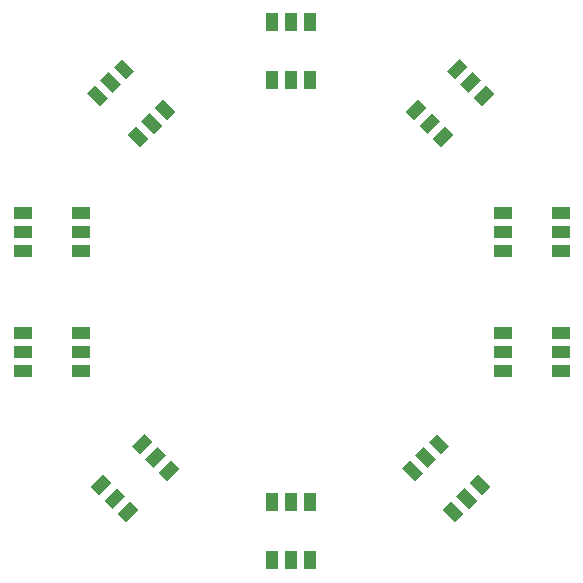
<source format=gbp>
G04 MADE WITH FRITZING*
G04 WWW.FRITZING.ORG*
G04 DOUBLE SIDED*
G04 HOLES PLATED*
G04 CONTOUR ON CENTER OF CONTOUR VECTOR*
%ASAXBY*%
%FSLAX23Y23*%
%MOIN*%
%OFA0B0*%
%SFA1.0B1.0*%
%ADD10R,0.059056X0.039361*%
%ADD11R,0.059056X0.039389*%
%ADD12R,0.059056X0.039375*%
%ADD13R,0.039361X0.059056*%
%ADD14R,0.039389X0.059056*%
%ADD15R,0.039375X0.059056*%
%LNPASTEMASK0*%
G90*
G70*
G54D10*
X3067Y4092D03*
G54D11*
X3067Y4155D03*
G54D12*
X3067Y4218D03*
X3260Y4218D03*
G54D11*
X3260Y4155D03*
G54D10*
X3260Y4092D03*
X3067Y3692D03*
G54D11*
X3067Y3755D03*
G54D12*
X3067Y3818D03*
X3260Y3818D03*
G54D11*
X3260Y3755D03*
G54D10*
X3260Y3692D03*
G54D13*
X4023Y4662D03*
G54D14*
X3960Y4662D03*
G54D15*
X3897Y4662D03*
X3897Y4855D03*
G54D14*
X3960Y4855D03*
G54D13*
X4023Y4855D03*
G54D10*
X4667Y4092D03*
G54D11*
X4667Y4155D03*
G54D12*
X4667Y4218D03*
X4860Y4218D03*
G54D11*
X4860Y4155D03*
G54D10*
X4860Y4092D03*
X4667Y3692D03*
G54D11*
X4667Y3755D03*
G54D12*
X4667Y3818D03*
X4860Y3818D03*
G54D11*
X4860Y3755D03*
G54D10*
X4860Y3692D03*
G54D13*
X4023Y3062D03*
G54D14*
X3960Y3062D03*
G54D15*
X3897Y3062D03*
X3897Y3255D03*
G54D14*
X3960Y3255D03*
G54D13*
X4023Y3255D03*
G36*
X3534Y4598D02*
X3576Y4556D01*
X3548Y4528D01*
X3506Y4570D01*
X3534Y4598D01*
G37*
D02*
G36*
X3490Y4553D02*
X3531Y4511D01*
X3504Y4484D01*
X3462Y4525D01*
X3490Y4553D01*
G37*
D02*
G36*
X3445Y4509D02*
X3487Y4467D01*
X3459Y4439D01*
X3417Y4481D01*
X3445Y4509D01*
G37*
D02*
G36*
X3309Y4645D02*
X3350Y4603D01*
X3323Y4576D01*
X3281Y4617D01*
X3309Y4645D01*
G37*
D02*
G36*
X3353Y4690D02*
X3395Y4648D01*
X3367Y4620D01*
X3325Y4662D01*
X3353Y4690D01*
G37*
D02*
G36*
X3398Y4734D02*
X3439Y4692D01*
X3412Y4665D01*
X3370Y4706D01*
X3398Y4734D01*
G37*
D02*
G36*
X4503Y4481D02*
X4461Y4439D01*
X4433Y4467D01*
X4475Y4509D01*
X4503Y4481D01*
G37*
D02*
G36*
X4459Y4525D02*
X4417Y4484D01*
X4389Y4511D01*
X4431Y4553D01*
X4459Y4525D01*
G37*
D02*
G36*
X4414Y4570D02*
X4372Y4528D01*
X4344Y4556D01*
X4386Y4598D01*
X4414Y4570D01*
G37*
D02*
G36*
X4550Y4706D02*
X4509Y4665D01*
X4481Y4692D01*
X4523Y4734D01*
X4550Y4706D01*
G37*
D02*
G36*
X4595Y4662D02*
X4553Y4620D01*
X4525Y4648D01*
X4567Y4690D01*
X4595Y4662D01*
G37*
D02*
G36*
X4639Y4617D02*
X4598Y4576D01*
X4570Y4603D01*
X4612Y4645D01*
X4639Y4617D01*
G37*
D02*
G36*
X4584Y3348D02*
X4626Y3306D01*
X4598Y3278D01*
X4556Y3320D01*
X4584Y3348D01*
G37*
D02*
G36*
X4540Y3303D02*
X4581Y3261D01*
X4554Y3234D01*
X4512Y3275D01*
X4540Y3303D01*
G37*
D02*
G36*
X4495Y3259D02*
X4537Y3217D01*
X4509Y3189D01*
X4467Y3231D01*
X4495Y3259D01*
G37*
D02*
G36*
X4359Y3395D02*
X4400Y3353D01*
X4373Y3325D01*
X4331Y3367D01*
X4359Y3395D01*
G37*
D02*
G36*
X4403Y3440D02*
X4445Y3398D01*
X4417Y3370D01*
X4375Y3412D01*
X4403Y3440D01*
G37*
D02*
G36*
X4448Y3484D02*
X4489Y3442D01*
X4462Y3415D01*
X4420Y3456D01*
X4448Y3484D01*
G37*
D02*
G36*
X3453Y3231D02*
X3411Y3189D01*
X3383Y3217D01*
X3425Y3259D01*
X3453Y3231D01*
G37*
D02*
G36*
X3409Y3275D02*
X3367Y3234D01*
X3339Y3261D01*
X3381Y3303D01*
X3409Y3275D01*
G37*
D02*
G36*
X3364Y3320D02*
X3322Y3278D01*
X3294Y3306D01*
X3336Y3348D01*
X3364Y3320D01*
G37*
D02*
G36*
X3500Y3456D02*
X3459Y3415D01*
X3431Y3442D01*
X3473Y3484D01*
X3500Y3456D01*
G37*
D02*
G36*
X3545Y3412D02*
X3503Y3370D01*
X3475Y3398D01*
X3517Y3440D01*
X3545Y3412D01*
G37*
D02*
G36*
X3589Y3367D02*
X3548Y3326D01*
X3520Y3353D01*
X3562Y3395D01*
X3589Y3367D01*
G37*
D02*
G04 End of PasteMask0*
M02*
</source>
